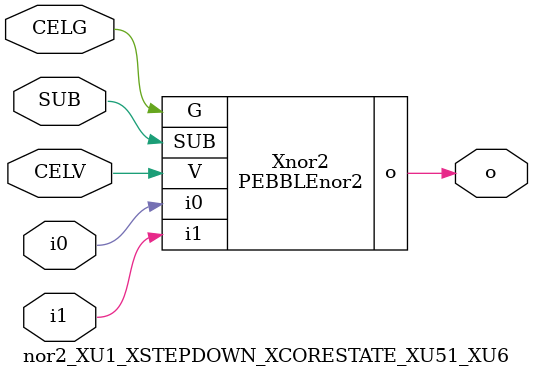
<source format=v>



module PEBBLEnor2 ( o, G, SUB, V, i0, i1 );

  input i0;
  input V;
  input i1;
  input G;
  output o;
  input SUB;
endmodule

//Celera Confidential Do Not Copy nor2_XU1_XSTEPDOWN_XCORESTATE_XU51_XU6
//Celera Confidential Symbol Generator
//nor2
module nor2_XU1_XSTEPDOWN_XCORESTATE_XU51_XU6 (CELV,CELG,i0,i1,o,SUB);
input CELV;
input CELG;
input i0;
input i1;
input SUB;
output o;

//Celera Confidential Do Not Copy nor2
PEBBLEnor2 Xnor2(
.V (CELV),
.i0 (i0),
.i1 (i1),
.o (o),
.SUB (SUB),
.G (CELG)
);
//,diesize,PEBBLEnor2

//Celera Confidential Do Not Copy Module End
//Celera Schematic Generator
endmodule

</source>
